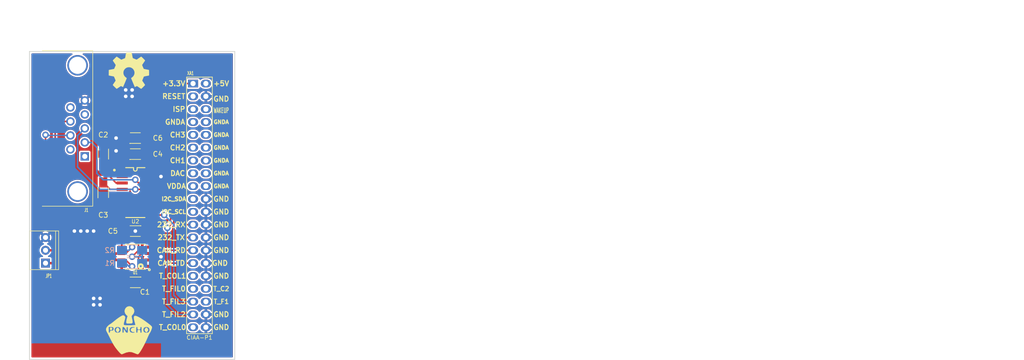
<source format=kicad_pcb>
(kicad_pcb (version 4) (host pcbnew 4.0.0-rc1-stable)
  (layers (0 F.Cu mixed) (31 B.Cu mixed) (34 B.Paste user) (35 F.Paste user) (36 B.SilkS user) (37 F.SilkS user) (38 B.Mask user) (39 F.Mask user) (44 Edge.Cuts user))
  (net 0 "")
  (net 1 GND)
  (net 2 "Net-(C1-Pad2)")
  (net 3 "Net-(C2-Pad1)")
  (net 4 "Net-(C2-Pad2)")
  (net 5 "Net-(C3-Pad1)")
  (net 6 "Net-(C3-Pad2)")
  (net 7 +3.3V)
  (net 8 "Net-(C5-Pad1)")
  (net 9 "Net-(C6-Pad1)")
  (net 10 "Net-(J1-Pad2)")
  (net 11 "Net-(J1-Pad3)")
  (net 12 "Net-(J1-Pad7)")
  (net 13 "Net-(J1-Pad8)")
  (net 14 "/Conector y CAN/CAN_P")
  (net 15 "/Conector y CAN/CAN_N")
  (net 16 "Net-(R1-Pad2)")
  (net 17 "/Conector y CAN/CAN_RX")
  (net 18 "/Conector y CAN/CAN_TX")
  (net 19 "/Conector y CAN/RTS")
  (net 20 "/Conector y CAN/CTS")
  (net 21 "/Conector y CAN/RXD")
  (net 22 "/Conector y CAN/TXD")
  (module ej2:C_1206_Handsoldering (layer F.Cu) (at 104.14 73.025 180)
    (fp_text reference C6 (at -4.445 0 180) (layer F.SilkS))
    (fp_text value 100nF)
    (pad 1 smd rect (at -2 0 180) (size 2 1.6) (layers F.Cu F.Paste F.Mask) (net 9 "Net-(C6-Pad1)"))
    (pad 2 smd rect (at 2 0 180) (size 2 1.6) (layers F.Cu F.Paste F.Mask) (net 1 GND))
  )
  (module ej2:C_1206_Handsoldering (layer F.Cu) (at 104.14 91.44)
    (fp_text reference C5 (at -4.445 0) (layer F.SilkS))
    (fp_text value 100nF)
    (pad 1 smd rect (at -2 0) (size 2 1.6) (layers F.Cu F.Paste F.Mask) (net 8 "Net-(C5-Pad1)"))
    (pad 2 smd rect (at 2 0) (size 2 1.6) (layers F.Cu F.Paste F.Mask) (net 1 GND))
  )
  (module ej2:C_1206_Handsoldering (layer F.Cu) (at 97.79 83.82 90)
    (fp_text reference C3 (at -4.445 0 360) (layer F.SilkS))
    (fp_text value 100nF)
    (pad 1 smd rect (at -2 0 90) (size 2 1.6) (layers F.Cu F.Paste F.Mask) (net 5 "Net-(C3-Pad1)"))
    (pad 2 smd rect (at 2 0 90) (size 2 1.6) (layers F.Cu F.Paste F.Mask) (net 6 "Net-(C3-Pad2)"))
  )
  (module ej2:C_1206_Handsoldering (layer F.Cu) (at 97.79 76.2 90)
    (fp_text reference C2 (at 3.81 0 360) (layer F.SilkS))
    (fp_text value 100nF)
    (pad 1 smd rect (at -2 0 90) (size 2 1.6) (layers F.Cu F.Paste F.Mask) (net 3 "Net-(C2-Pad1)"))
    (pad 2 smd rect (at 2 0 90) (size 2 1.6) (layers F.Cu F.Paste F.Mask) (net 4 "Net-(C2-Pad2)"))
  )
  (module ej2:C_1206_Handsoldering (layer F.Cu) (at 104.14 101.6)
    (fp_text reference C1 (at 1.905 1.905) (layer F.SilkS))
    (fp_text value 100nF)
    (pad 1 smd rect (at -2 0) (size 2 1.6) (layers F.Cu F.Paste F.Mask) (net 1 GND))
    (pad 2 smd rect (at 2 0) (size 2 1.6) (layers F.Cu F.Paste F.Mask) (net 2 "Net-(C1-Pad2)"))
  )
  (module ej2:Conn_Poncho_Derecha (layer F.Cu) (at 115.57 62.23)
    (fp_text reference XA1 (at -0.508 -2.032) (layer F.SilkS) (effects (font (size 0.7112 0.4572) (thickness 0.1143))))
    (fp_text value Conn_Poncho2P_2x_20x2 hide)
    (fp_text user GND (at 5.588 48.26) (layer F.SilkS) (effects (font (thickness 0.2))))
    (fp_text user GND (at 5.588 45.72) (layer F.SilkS) (effects (font (thickness 0.2))))
    (fp_text user T_F1 (at 5.588 43.18) (layer F.SilkS) (effects (font (size 0.9 0.9) (thickness 0.18))))
    (fp_text user T_C2 (at 5.588 40.64) (layer F.SilkS) (effects (font (size 0.9 0.9) (thickness 0.18))))
    (fp_text user GND (at 5.588 38.1) (layer F.SilkS) (effects (font (thickness 0.2))))
    (fp_text user GND (at 5.334 35.56) (layer F.SilkS) (effects (font (thickness 0.2))))
    (fp_text user GND (at 5.588 33.02) (layer F.SilkS) (effects (font (thickness 0.2))))
    (fp_text user GND (at 5.588 30.48) (layer F.SilkS) (effects (font (thickness 0.2))))
    (fp_text user GND (at 5.588 27.94) (layer F.SilkS) (effects (font (thickness 0.2))))
    (fp_text user GND (at 5.588 25.4) (layer F.SilkS) (effects (font (thickness 0.2))))
    (fp_text user GND (at 5.588 22.86) (layer F.SilkS) (effects (font (thickness 0.2))))
    (fp_text user GNDA (at 5.588 20.32) (layer F.SilkS) (effects (font (size 0.76 0.76) (thickness 0.19))))
    (fp_text user GNDA (at 5.588 17.78) (layer F.SilkS) (effects (font (size 0.76 0.76) (thickness 0.19))))
    (fp_text user GNDA (at 5.588 15.24) (layer F.SilkS) (effects (font (size 0.76 0.76) (thickness 0.19))))
    (fp_text user GNDA (at 5.588 12.7) (layer F.SilkS) (effects (font (size 0.76 0.76) (thickness 0.19))))
    (fp_text user GNDA (at 5.588 10.16) (layer F.SilkS) (effects (font (size 0.76 0.76) (thickness 0.19))))
    (fp_text user GNDA (at 5.588 7.62) (layer F.SilkS) (effects (font (size 0.76 0.76) (thickness 0.19))))
    (fp_text user WAKEUP (at 5.588 5.334) (layer F.SilkS) (effects (font (size 1 0.5) (thickness 0.125))))
    (fp_text user GND (at 5.588 3.048) (layer F.SilkS) (effects (font (thickness 0.2))))
    (fp_text user +5V (at 5.588 0) (layer F.SilkS) (effects (font (thickness 0.2))))
    (fp_text user T_COL0 (at -4.064 48.26) (layer F.SilkS) (effects (font (thickness 0.2))))
    (fp_text user T_FIL2 (at -3.81 45.72) (layer F.SilkS) (effects (font (thickness 0.2))))
    (fp_text user T_FIL3 (at -3.81 43.18) (layer F.SilkS) (effects (font (thickness 0.2))))
    (fp_text user T_FIL0 (at -3.81 40.64) (layer F.SilkS) (effects (font (thickness 0.2))))
    (fp_text user T_COL1 (at -4.064 38.1) (layer F.SilkS) (effects (font (thickness 0.2))))
    (fp_text user CAN_TD (at -4.318 35.56) (layer F.SilkS) (effects (font (thickness 0.2))))
    (fp_text user CAN_RD (at -4.318 33.02) (layer F.SilkS) (effects (font (thickness 0.2))))
    (fp_text user 232_TX (at -4.318 30.48) (layer F.SilkS) (effects (font (thickness 0.2))))
    (fp_text user 232_RX (at -4.318 27.94) (layer F.SilkS) (effects (font (thickness 0.2))))
    (fp_text user I2C_SCL (at -3.81 25.4) (layer F.SilkS) (effects (font (size 0.8 0.8) (thickness 0.2))))
    (fp_text user I2C_SDA (at -3.81 22.86) (layer F.SilkS) (effects (font (size 0.8 0.8) (thickness 0.2))))
    (fp_text user VDDA (at -3.302 20.32) (layer F.SilkS) (effects (font (thickness 0.2))))
    (fp_text user DAC (at -3.048 17.78) (layer F.SilkS) (effects (font (thickness 0.2))))
    (fp_text user CH1 (at -3.048 15.24) (layer F.SilkS) (effects (font (thickness 0.2))))
    (fp_text user CH2 (at -3.048 12.7) (layer F.SilkS) (effects (font (thickness 0.2))))
    (fp_text user CH3 (at -3.048 10.16) (layer F.SilkS) (effects (font (thickness 0.2))))
    (fp_text user GNDA (at -3.556 7.62) (layer F.SilkS) (effects (font (thickness 0.2))))
    (fp_text user ISP (at -2.794 5.08) (layer F.SilkS) (effects (font (thickness 0.2))))
    (fp_text user RESET (at -3.81 2.54) (layer F.SilkS) (effects (font (thickness 0.2))))
    (fp_text user CIAA-P1 (at 1.27 50.292) (layer F.SilkS) (effects (font (size 0.8 0.8) (thickness 0.12))))
    (fp_text user +3.3V (at -3.81 0) (layer F.SilkS) (effects (font (thickness 0.2))))
    (pad 1 thru_hole rect (at 0 0 270) (size 1.524 2) (drill 1.016) (layers *.Cu *.Mask) (net 7 +3.3V))
    (pad 2 thru_hole oval (at 2.54 0 270) (size 1.524 2) (drill 1.016) (layers *.Cu *.Mask))
    (pad 11 thru_hole oval (at 0 12.7 270) (size 1.524 2) (drill 1.016) (layers *.Cu *.Mask))
    (pad 4 thru_hole oval (at 2.54 2.54 270) (size 1.524 2) (drill 1.016) (layers *.Cu *.Mask) (net 1 GND))
    (pad 13 thru_hole oval (at 0 15.24 270) (size 1.524 2) (drill 1.016) (layers *.Cu *.Mask))
    (pad 6 thru_hole oval (at 2.54 5.08 270) (size 1.524 2) (drill 1.016) (layers *.Cu *.Mask))
    (pad 15 thru_hole oval (at 0 17.78 270) (size 1.524 2) (drill 1.016) (layers *.Cu *.Mask))
    (pad 8 thru_hole oval (at 2.54 7.62 270) (size 1.524 2) (drill 1.016) (layers *.Cu *.Mask))
    (pad 17 thru_hole oval (at 0 20.32 270) (size 1.524 2) (drill 1.016) (layers *.Cu *.Mask))
    (pad 10 thru_hole oval (at 2.54 10.16 270) (size 1.524 2) (drill 1.016) (layers *.Cu *.Mask))
    (pad 19 thru_hole oval (at 0 22.86 270) (size 1.524 2) (drill 1.016) (layers *.Cu *.Mask))
    (pad 12 thru_hole oval (at 2.54 12.7 270) (size 1.524 2) (drill 1.016) (layers *.Cu *.Mask))
    (pad 21 thru_hole oval (at 0 25.4 270) (size 1.524 2) (drill 1.016) (layers *.Cu *.Mask))
    (pad 14 thru_hole oval (at 2.54 15.24 270) (size 1.524 2) (drill 1.016) (layers *.Cu *.Mask))
    (pad 23 thru_hole oval (at 0 27.94 270) (size 1.524 2) (drill 1.016) (layers *.Cu *.Mask) (net 22 "/Conector y CAN/TXD"))
    (pad 16 thru_hole oval (at 2.54 17.78 270) (size 1.524 2) (drill 1.016) (layers *.Cu *.Mask))
    (pad 25 thru_hole oval (at 0 30.48 270) (size 1.524 2) (drill 1.016) (layers *.Cu *.Mask) (net 21 "/Conector y CAN/RXD"))
    (pad 18 thru_hole oval (at 2.54 20.32 270) (size 1.524 2) (drill 1.016) (layers *.Cu *.Mask))
    (pad 27 thru_hole oval (at 0 33.02 270) (size 1.524 2) (drill 1.016) (layers *.Cu *.Mask) (net 17 "/Conector y CAN/CAN_RX"))
    (pad 20 thru_hole oval (at 2.54 22.86 270) (size 1.524 2) (drill 1.016) (layers *.Cu *.Mask) (net 1 GND))
    (pad 29 thru_hole oval (at 0 35.56 270) (size 1.524 2) (drill 1.016) (layers *.Cu *.Mask) (net 18 "/Conector y CAN/CAN_TX"))
    (pad 22 thru_hole oval (at 2.54 25.4 270) (size 1.524 2) (drill 1.016) (layers *.Cu *.Mask) (net 1 GND))
    (pad 31 thru_hole oval (at 0 38.1 270) (size 1.524 2) (drill 1.016) (layers *.Cu *.Mask))
    (pad 24 thru_hole oval (at 2.54 27.94 270) (size 1.524 2) (drill 1.016) (layers *.Cu *.Mask) (net 1 GND))
    (pad 26 thru_hole oval (at 2.54 30.48 270) (size 1.524 2) (drill 1.016) (layers *.Cu *.Mask) (net 1 GND))
    (pad 33 thru_hole oval (at 0 40.64 270) (size 1.524 2) (drill 1.016) (layers *.Cu *.Mask))
    (pad 28 thru_hole oval (at 2.54 33.02 270) (size 1.524 2) (drill 1.016) (layers *.Cu *.Mask) (net 1 GND))
    (pad 32 thru_hole oval (at 2.54 38.1 270) (size 1.524 2) (drill 1.016) (layers *.Cu *.Mask) (net 1 GND))
    (pad 34 thru_hole oval (at 2.54 40.64 270) (size 1.524 2) (drill 1.016) (layers *.Cu *.Mask))
    (pad 36 thru_hole oval (at 2.54 43.18 270) (size 1.524 2) (drill 1.016) (layers *.Cu *.Mask))
    (pad 38 thru_hole oval (at 2.54 45.72 270) (size 1.524 2) (drill 1.016) (layers *.Cu *.Mask) (net 1 GND))
    (pad 35 thru_hole oval (at 0 43.18 270) (size 1.524 2) (drill 1.016) (layers *.Cu *.Mask) (net 19 "/Conector y CAN/RTS"))
    (pad 37 thru_hole oval (at 0 45.72 270) (size 1.524 2) (drill 1.016) (layers *.Cu *.Mask) (net 20 "/Conector y CAN/CTS"))
    (pad 3 thru_hole oval (at 0 2.54 270) (size 1.524 2) (drill 1.016) (layers *.Cu *.Mask))
    (pad 5 thru_hole oval (at 0 5.08 270) (size 1.524 2) (drill 1.016) (layers *.Cu *.Mask))
    (pad 7 thru_hole oval (at 0 7.62 270) (size 1.524 2) (drill 1.016) (layers *.Cu *.Mask))
    (pad 9 thru_hole oval (at 0 10.16 270) (size 1.524 2) (drill 1.016) (layers *.Cu *.Mask))
    (pad 39 thru_hole oval (at 0 48.26 270) (size 1.524 2) (drill 1.016) (layers *.Cu *.Mask))
    (pad 40 thru_hole oval (at 2.54 48.26 270) (size 1.524 2) (drill 1.016) (layers *.Cu *.Mask) (net 1 GND))
    (pad 30 thru_hole oval (at 2.54 35.56 270) (size 1.524 2) (drill 1.016) (layers *.Cu *.Mask) (net 1 GND))
  )
  (module ej2:SOIC-8 (layer F.Cu) (at 104.14 96.52 180)
    (fp_text reference U1 (at 0 -3.1 180) (layer F.SilkS) (effects (font (size 0.7112 0.4572) (thickness 0.1143))))
    (fp_text value AMIS42665TJAA1RG hide)
    (pad 1 smd rect (at -2.7 -1.905 90) (size 0.6 1.52) (layers F.Cu F.Paste F.Mask) (net 18 "/Conector y CAN/CAN_TX"))
    (pad 2 smd rect (at -2.7 -0.635 90) (size 0.6 1.52) (layers F.Cu F.Paste F.Mask) (net 1 GND))
    (pad 3 smd rect (at -2.7 0.635 90) (size 0.6 1.52) (layers F.Cu F.Paste F.Mask) (net 2 "Net-(C1-Pad2)"))
    (pad 4 smd rect (at -2.7 1.905 90) (size 0.6 1.52) (layers F.Cu F.Paste F.Mask) (net 17 "/Conector y CAN/CAN_RX"))
    (pad 5 smd rect (at 2.7 1.905 90) (size 0.6 1.52) (layers F.Cu F.Paste F.Mask) (net 16 "Net-(R1-Pad2)"))
    (pad 6 smd rect (at 2.7 0.635 90) (size 0.6 1.52) (layers F.Cu F.Paste F.Mask) (net 15 "/Conector y CAN/CAN_N"))
    (pad 7 smd rect (at 2.7 -0.635 90) (size 0.6 1.52) (layers F.Cu F.Paste F.Mask) (net 14 "/Conector y CAN/CAN_P"))
    (pad 8 smd rect (at 2.7 -1.905 90) (size 0.6 1.52) (layers F.Cu F.Paste F.Mask) (net 1 GND))
  )
  (module ej2:R_1206_HandSoldering (layer B.Cu) (at 103.505 95.25 180)
    (fp_text reference R2 (at 4.445 0 180) (layer B.SilkS) (effects (justify mirror)))
    (fp_text value 60)
    (pad 1 smd rect (at -2 0 180) (size 2 1.7) (layers B.Cu B.Paste B.Mask) (net 16 "Net-(R1-Pad2)"))
    (pad 2 smd rect (at 2 0 180) (size 2 1.7) (layers B.Cu B.Paste B.Mask) (net 15 "/Conector y CAN/CAN_N"))
  )
  (module ej2:R_1206_HandSoldering (layer B.Cu) (at 103.505 97.79)
    (fp_text reference R1 (at -4.445 0) (layer B.SilkS) (effects (justify mirror)))
    (fp_text value 60)
    (pad 1 smd rect (at -2 0) (size 2 1.7) (layers B.Cu B.Paste B.Mask) (net 14 "/Conector y CAN/CAN_P"))
    (pad 2 smd rect (at 2 0) (size 2 1.7) (layers B.Cu B.Paste B.Mask) (net 16 "Net-(R1-Pad2)"))
  )
  (module ej2:CON_PALETA_3 (layer F.Cu) (at 86.36 95.25 90)
    (fp_text reference JP1 (at -5.08 0.635 360) (layer F.SilkS) (effects (font (size 0.762 0.4572) (thickness 0.127))))
    (fp_text value CONN_3)
    (pad 1 thru_hole rect (at -2.54 0 90) (size 1.778 1.778) (drill 1) (layers *.Cu *.Mask) (net 14 "/Conector y CAN/CAN_P"))
    (pad 2 thru_hole circle (at 0 0 90) (size 1.778 1.778) (drill 1) (layers *.Cu *.Mask) (net 15 "/Conector y CAN/CAN_N"))
    (pad 3 thru_hole circle (at 2.54 0 90) (size 1.778 1.778) (drill 1) (layers *.Cu *.Mask) (net 1 GND))
  )
  (module ej2:DB9_F_TH (layer F.Cu) (at 92.71 71.12 90)
    (fp_text reference J1 (at -16.165 1.735 180) (layer F.SilkS) (effects (font (size 0.7112 0.4572) (thickness 0.1143))))
    (fp_text value DB9 hide)
    (pad 1 thru_hole rect (at -5.5372 1.4224 90) (size 1.651 1.651) (drill 1.016) (layers *.Cu *.Mask))
    (pad 2 thru_hole circle (at -2.7686 1.4224 90) (size 1.651 1.651) (drill 1.016) (layers *.Cu *.Mask) (net 10 "Net-(J1-Pad2)"))
    (pad 3 thru_hole circle (at 0 1.4224 90) (size 1.651 1.651) (drill 1.016) (layers *.Cu *.Mask) (net 11 "Net-(J1-Pad3)"))
    (pad 4 thru_hole circle (at 2.7686 1.4224 90) (size 1.651 1.651) (drill 1.016) (layers *.Cu *.Mask))
    (pad 5 thru_hole circle (at 5.5372 1.4224 90) (size 1.651 1.651) (drill 1.016) (layers *.Cu *.Mask) (net 1 GND))
    (pad 6 thru_hole circle (at -4.1529 -1.4224 90) (size 1.651 1.651) (drill 1.016) (layers *.Cu *.Mask))
    (pad 7 thru_hole circle (at -1.3843 -1.4224 90) (size 1.651 1.651) (drill 1.016) (layers *.Cu *.Mask) (net 12 "Net-(J1-Pad7)"))
    (pad 8 thru_hole circle (at 1.3843 -1.4224 90) (size 1.651 1.651) (drill 1.016) (layers *.Cu *.Mask) (net 13 "Net-(J1-Pad8)"))
    (pad 9 thru_hole circle (at 4.1529 -1.4224 90) (size 1.651 1.651) (drill 1.016) (layers *.Cu *.Mask))
    (pad 10 thru_hole circle (at -12.4968 0 90) (size 4.064 4.064) (drill 3.4) (layers *.Cu *.Mask))
    (pad 11 thru_hole circle (at 12.4968 0 90) (size 4.064 4.064) (drill 3.4) (layers *.Cu *.Mask))
  )
  (module ej2:SP3232ECN-SOIC16N (layer F.Cu) (at 104.14 83.82 270)
    (fp_text reference U2 (at 5.715 0 360) (layer F.SilkS) (effects (font (size 0.762 0.762) (thickness 0.1143))))
    (fp_text value SP3232DC hide)
    (pad 1 smd rect (at -4.445 2.59842 270) (size 0.59944 2.19964) (layers F.Cu F.Paste F.Mask) (net 4 "Net-(C2-Pad2)"))
    (pad 2 smd rect (at -3.175 2.59842 270) (size 0.59944 2.19964) (layers F.Cu F.Paste F.Mask) (net 9 "Net-(C6-Pad1)"))
    (pad 3 smd rect (at -1.905 2.59842 270) (size 0.59944 2.19964) (layers F.Cu F.Paste F.Mask) (net 3 "Net-(C2-Pad1)"))
    (pad 4 smd rect (at -0.635 2.59842 270) (size 0.59944 2.19964) (layers F.Cu F.Paste F.Mask) (net 6 "Net-(C3-Pad2)"))
    (pad 5 smd rect (at 0.635 2.59842 270) (size 0.59944 2.19964) (layers F.Cu F.Paste F.Mask) (net 5 "Net-(C3-Pad1)"))
    (pad 6 smd rect (at 1.905 2.59842 270) (size 0.59944 2.19964) (layers F.Cu F.Paste F.Mask) (net 8 "Net-(C5-Pad1)"))
    (pad 7 smd rect (at 3.175 2.59842 270) (size 0.59944 2.19964) (layers F.Cu F.Paste F.Mask) (net 13 "Net-(J1-Pad8)"))
    (pad 8 smd rect (at 4.445 2.59842 270) (size 0.59944 2.19964) (layers F.Cu F.Paste F.Mask) (net 12 "Net-(J1-Pad7)"))
    (pad 9 smd rect (at 4.445 -2.59842 270) (size 0.59944 2.19964) (layers F.Cu F.Paste F.Mask) (net 19 "/Conector y CAN/RTS"))
    (pad 10 smd rect (at 3.175 -2.59842 270) (size 0.59944 2.19964) (layers F.Cu F.Paste F.Mask) (net 20 "/Conector y CAN/CTS"))
    (pad 11 smd rect (at 1.905 -2.59842 270) (size 0.59944 2.19964) (layers F.Cu F.Paste F.Mask) (net 21 "/Conector y CAN/RXD"))
    (pad 12 smd rect (at 0.635 -2.59842 270) (size 0.59944 2.19964) (layers F.Cu F.Paste F.Mask) (net 22 "/Conector y CAN/TXD"))
    (pad 13 smd rect (at -0.635 -2.59842 270) (size 0.59944 2.19964) (layers F.Cu F.Paste F.Mask) (net 11 "Net-(J1-Pad3)"))
    (pad 14 smd rect (at -1.905 -2.59842 270) (size 0.59944 2.19964) (layers F.Cu F.Paste F.Mask) (net 10 "Net-(J1-Pad2)"))
    (pad 15 smd rect (at -3.175 -2.59842 270) (size 0.59944 2.19964) (layers F.Cu F.Paste F.Mask) (net 1 GND))
    (pad 16 smd rect (at -4.445 -2.59842 270) (size 0.59944 2.19964) (layers F.Cu F.Paste F.Mask) (net 7 +3.3V))
  )
  (module ej2:C_1206_Handsoldering (layer F.Cu) (at 104.14 76.2 180)
    (fp_text reference C4 (at -4.445 0 180) (layer F.SilkS))
    (fp_text value 100nF)
    (pad 1 smd rect (at -2 0 180) (size 2 1.6) (layers F.Cu F.Paste F.Mask) (net 7 +3.3V))
    (pad 2 smd rect (at 2 0 180) (size 2 1.6) (layers F.Cu F.Paste F.Mask) (net 1 GND))
  )
  (module ej2:Logo_Poncho (layer F.Cu) (at 102.87 111.125)
    (fp_text reference G*** hide)
    (fp_text value LOGO hide)
  )
  (module ej2:Logo_OSHWA (layer F.Cu) (at 102.87 59.69)
    (fp_text reference G101 hide)
    (fp_text value Logo_OSHWA hide)
  )
  (gr_line (start 123.825 55.88) (end 123.825 116.84) (angle 90) (layer Edge.Cuts) (width 0.15))
  (gr_line (start 83.185 55.88) (end 123.825 55.88) (angle 90) (layer Edge.Cuts) (width 0.15))
  (gr_line (start 83.185 116.84) (end 83.185 55.88) (angle 90) (layer Edge.Cuts) (width 0.15))
  (gr_line (start 123.825 116.84) (end 83.185 116.84) (angle 90) (layer Edge.Cuts) (width 0.15))
  (segment (start 106.73842 80.645) (end 109.22 80.645) (width 0.3048) (layer F.Cu) (net 1))
  (via (at 109.22 80.645) (size 1.27) (drill 0.7112) (layers F.Cu B.Cu) (net 1))
  (segment (start 100.33 73.025) (end 100.33 66.675) (width 0.3048) (layer F.Cu) (net 1))
  (via (at 100.33 73.025) (size 1.27) (drill 0.7112) (layers F.Cu B.Cu) (net 1))
  (segment (start 102.14 73.025) (end 100.33 73.025) (width 0.3048) (layer F.Cu) (net 1))
  (via (at 102.235 63.5) (size 1.27) (drill 0.7112) (layers F.Cu B.Cu) (net 1))
  (segment (start 103.505 63.5) (end 102.235 63.5) (width 0.3048) (layer B.Cu) (net 1))
  (via (at 103.505 63.5) (size 1.27) (drill 0.7112) (layers F.Cu B.Cu) (net 1))
  (segment (start 103.505 64.77) (end 103.505 63.5) (width 0.3048) (layer F.Cu) (net 1))
  (via (at 103.505 64.77) (size 1.27) (drill 0.7112) (layers F.Cu B.Cu) (net 1))
  (segment (start 102.235 64.77) (end 103.505 64.77) (width 0.3048) (layer B.Cu) (net 1))
  (via (at 102.235 64.77) (size 1.27) (drill 0.7112) (layers F.Cu B.Cu) (net 1))
  (segment (start 100.33 66.675) (end 102.235 64.77) (width 0.3048) (layer F.Cu) (net 1))
  (segment (start 102.14 76.2) (end 100.965 76.2) (width 0.3048) (layer F.Cu) (net 1))
  (via (at 100.33 75.565) (size 1.27) (drill 0.7112) (layers F.Cu B.Cu) (net 1))
  (segment (start 100.965 76.2) (end 100.33 75.565) (width 0.3048) (layer F.Cu) (net 1))
  (segment (start 106.84 97.155) (end 108.585 97.155) (width 0.3048) (layer F.Cu) (net 1))
  (via (at 109.22 96.52) (size 1.27) (drill 0.7112) (layers F.Cu B.Cu) (net 1))
  (segment (start 108.585 97.155) (end 109.22 96.52) (width 0.3048) (layer F.Cu) (net 1))
  (segment (start 106.14 91.44) (end 104.14 91.44) (width 0.3048) (layer F.Cu) (net 1))
  (via (at 92.075 91.44) (size 1.27) (drill 0.7112) (layers F.Cu B.Cu) (net 1))
  (segment (start 93.345 91.44) (end 92.075 91.44) (width 0.3048) (layer F.Cu) (net 1))
  (via (at 93.345 91.44) (size 1.27) (drill 0.7112) (layers F.Cu B.Cu) (net 1))
  (segment (start 94.615 91.44) (end 93.345 91.44) (width 0.3048) (layer B.Cu) (net 1))
  (via (at 94.615 91.44) (size 1.27) (drill 0.7112) (layers F.Cu B.Cu) (net 1))
  (segment (start 95.885 91.44) (end 94.615 91.44) (width 0.3048) (layer F.Cu) (net 1))
  (via (at 95.885 91.44) (size 1.27) (drill 0.7112) (layers F.Cu B.Cu) (net 1))
  (segment (start 104.14 91.44) (end 95.885 91.44) (width 0.3048) (layer B.Cu) (net 1))
  (via (at 104.14 91.44) (size 1.27) (drill 0.7112) (layers F.Cu B.Cu) (net 1))
  (segment (start 95.885 106.045) (end 97.155 106.045) (width 0.3048) (layer F.Cu) (net 1))
  (via (at 97.155 106.045) (size 1.27) (drill 0.7112) (layers F.Cu B.Cu) (net 1))
  (via (at 97.155 104.775) (size 1.27) (drill 0.7112) (layers F.Cu B.Cu) (net 1))
  (segment (start 97.155 106.045) (end 97.155 104.775) (width 0.3048) (layer B.Cu) (net 1))
  (via (at 95.885 106.045) (size 1.27) (drill 0.7112) (layers F.Cu B.Cu) (net 1))
  (segment (start 95.885 104.775) (end 97.155 104.775) (width 0.3048) (layer F.Cu) (net 1))
  (segment (start 102.14 103.6) (end 100.965 104.775) (width 0.3048) (layer F.Cu) (net 1))
  (segment (start 100.965 104.775) (end 97.155 104.775) (width 0.3048) (layer F.Cu) (net 1))
  (segment (start 102.14 103.6) (end 102.14 101.6) (width 0.3048) (layer F.Cu) (net 1))
  (via (at 95.885 104.775) (size 1.27) (drill 0.7112) (layers F.Cu B.Cu) (net 1))
  (segment (start 106.84 95.885) (end 105.41 95.885) (width 0.3048) (layer F.Cu) (net 2))
  (segment (start 104.775 100.235) (end 106.14 101.6) (width 0.3048) (layer F.Cu) (net 2))
  (segment (start 104.775 96.52) (end 104.775 100.235) (width 0.3048) (layer F.Cu) (net 2))
  (segment (start 105.41 95.885) (end 104.775 96.52) (width 0.3048) (layer F.Cu) (net 2))
  (segment (start 101.54158 81.915) (end 100.33 81.915) (width 0.3048) (layer F.Cu) (net 3))
  (segment (start 99.06 79.47) (end 97.79 78.2) (width 0.3048) (layer F.Cu) (net 3))
  (segment (start 99.06 80.645) (end 99.06 79.47) (width 0.3048) (layer F.Cu) (net 3))
  (segment (start 100.33 81.915) (end 99.06 80.645) (width 0.3048) (layer F.Cu) (net 3))
  (segment (start 97.79 74.2) (end 97.79 75.565) (width 0.3048) (layer F.Cu) (net 4))
  (segment (start 97.79 75.565) (end 101.54158 79.31658) (width 0.3048) (layer F.Cu) (net 4))
  (segment (start 101.54158 79.31658) (end 101.54158 79.375) (width 0.3048) (layer F.Cu) (net 4))
  (segment (start 101.54158 84.455) (end 99.155 84.455) (width 0.3048) (layer F.Cu) (net 5))
  (segment (start 99.155 84.455) (end 97.79 85.82) (width 0.3048) (layer F.Cu) (net 5))
  (segment (start 101.54158 83.185) (end 99.155 83.185) (width 0.3048) (layer F.Cu) (net 6))
  (segment (start 99.155 83.185) (end 97.79 81.82) (width 0.3048) (layer F.Cu) (net 6))
  (segment (start 106.14 76.2) (end 110.49 76.2) (width 0.3048) (layer F.Cu) (net 7))
  (segment (start 106.73842 79.375) (end 107.95 79.375) (width 0.3048) (layer F.Cu) (net 7))
  (segment (start 112.395 62.23) (end 115.57 62.23) (width 0.3048) (layer F.Cu) (net 7))
  (segment (start 110.49 64.135) (end 112.395 62.23) (width 0.3048) (layer F.Cu) (net 7))
  (segment (start 110.49 76.835) (end 110.49 76.2) (width 0.3048) (layer F.Cu) (net 7))
  (segment (start 110.49 76.2) (end 110.49 64.135) (width 0.3048) (layer F.Cu) (net 7))
  (segment (start 107.95 79.375) (end 110.49 76.835) (width 0.3048) (layer F.Cu) (net 7))
  (segment (start 101.54158 85.725) (end 102.87 85.725) (width 0.3048) (layer F.Cu) (net 8))
  (segment (start 102.235 90.17) (end 102.235 91.345) (width 0.3048) (layer F.Cu) (net 8))
  (segment (start 103.505 88.9) (end 102.235 90.17) (width 0.3048) (layer F.Cu) (net 8))
  (segment (start 103.505 86.36) (end 103.505 88.9) (width 0.3048) (layer F.Cu) (net 8))
  (segment (start 102.87 85.725) (end 103.505 86.36) (width 0.3048) (layer F.Cu) (net 8))
  (segment (start 102.235 91.345) (end 102.14 91.44) (width 0.3048) (layer F.Cu) (net 8))
  (segment (start 101.54158 80.645) (end 102.87 80.645) (width 0.3048) (layer F.Cu) (net 9))
  (segment (start 104.14 75.025) (end 106.14 73.025) (width 0.3048) (layer F.Cu) (net 9))
  (segment (start 104.14 79.375) (end 104.14 75.025) (width 0.3048) (layer F.Cu) (net 9))
  (segment (start 102.87 80.645) (end 104.14 79.375) (width 0.3048) (layer F.Cu) (net 9))
  (segment (start 106.73842 81.915) (end 104.775 81.915) (width 0.3048) (layer F.Cu) (net 10))
  (segment (start 95.4786 73.8886) (end 94.1324 73.8886) (width 0.3048) (layer B.Cu) (net 10))
  (segment (start 96.52 74.93) (end 95.4786 73.8886) (width 0.3048) (layer B.Cu) (net 10))
  (segment (start 96.52 80.01) (end 96.52 74.93) (width 0.3048) (layer B.Cu) (net 10))
  (segment (start 97.79 81.28) (end 96.52 80.01) (width 0.3048) (layer B.Cu) (net 10))
  (segment (start 104.14 81.28) (end 97.79 81.28) (width 0.3048) (layer B.Cu) (net 10))
  (via (at 104.14 81.28) (size 1.27) (drill 0.7112) (layers F.Cu B.Cu) (net 10))
  (segment (start 104.775 81.915) (end 104.14 81.28) (width 0.3048) (layer F.Cu) (net 10))
  (segment (start 106.73842 83.185) (end 104.14 83.185) (width 0.3048) (layer F.Cu) (net 11))
  (segment (start 92.71 72.5424) (end 94.1324 71.12) (width 0.3048) (layer B.Cu) (net 11))
  (segment (start 92.71 78.74) (end 92.71 72.5424) (width 0.3048) (layer B.Cu) (net 11))
  (segment (start 97.155 83.185) (end 92.71 78.74) (width 0.3048) (layer B.Cu) (net 11))
  (segment (start 104.14 83.185) (end 97.155 83.185) (width 0.3048) (layer B.Cu) (net 11))
  (via (at 104.14 83.185) (size 1.27) (drill 0.7112) (layers F.Cu B.Cu) (net 11))
  (segment (start 101.54158 88.265) (end 99.695 88.265) (width 0.3048) (layer F.Cu) (net 12))
  (segment (start 86.4743 72.5043) (end 91.2876 72.5043) (width 0.3048) (layer B.Cu) (net 12))
  (segment (start 86.36 72.39) (end 86.4743 72.5043) (width 0.3048) (layer B.Cu) (net 12))
  (via (at 86.36 72.39) (size 1.27) (drill 0.7112) (layers F.Cu B.Cu) (net 12))
  (segment (start 86.36 87.63) (end 86.36 72.39) (width 0.3048) (layer F.Cu) (net 12))
  (segment (start 88.265 89.535) (end 86.36 87.63) (width 0.3048) (layer F.Cu) (net 12))
  (segment (start 98.425 89.535) (end 88.265 89.535) (width 0.3048) (layer F.Cu) (net 12))
  (segment (start 99.695 88.265) (end 98.425 89.535) (width 0.3048) (layer F.Cu) (net 12))
  (segment (start 88.265 70.485) (end 89.0143 69.7357) (width 0.3048) (layer F.Cu) (net 13))
  (segment (start 89.0143 69.7357) (end 91.2876 69.7357) (width 0.3048) (layer F.Cu) (net 13))
  (segment (start 88.265 84.455) (end 88.265 70.485) (width 0.3048) (layer F.Cu) (net 13))
  (segment (start 91.44 87.63) (end 88.265 84.455) (width 0.3048) (layer F.Cu) (net 13))
  (segment (start 99.06 87.63) (end 91.44 87.63) (width 0.3048) (layer F.Cu) (net 13))
  (segment (start 99.695 86.995) (end 99.06 87.63) (width 0.3048) (layer F.Cu) (net 13))
  (segment (start 101.54158 86.995) (end 99.695 86.995) (width 0.3048) (layer F.Cu) (net 13))
  (segment (start 98.071125 94.082099) (end 97.963737 94.07) (width 0.4826) (layer F.Cu) (net 14))
  (segment (start 101.44 97.155) (end 100.3 97.155) (width 0.4826) (layer F.Cu) (net 14))
  (segment (start 96.550793 99.727399) (end 96.284521 99.7574) (width 0.4826) (layer F.Cu) (net 14))
  (segment (start 98.476338 95.983356) (end 98.446337 95.717084) (width 0.4826) (layer F.Cu) (net 14))
  (segment (start 93.988036 94.445211) (end 93.975937 94.5526) (width 0.4826) (layer F.Cu) (net 14))
  (segment (start 94.941137 98.560785) (end 94.941137 94.5526) (width 0.4826) (layer F.Cu) (net 14))
  (segment (start 100.3 97.155) (end 100.0587 96.9137) (width 0.4826) (layer F.Cu) (net 14))
  (segment (start 93.945935 98.827057) (end 93.857434 99.079977) (width 0.4826) (layer F.Cu) (net 14))
  (segment (start 100.0587 96.9137) (end 99.642952 96.9137) (width 0.4826) (layer F.Cu) (net 14))
  (segment (start 99.37668 96.883698) (end 99.12376 96.795197) (width 0.4826) (layer F.Cu) (net 14))
  (segment (start 95.2022 99.306863) (end 95.059639 99.079977) (width 0.4826) (layer F.Cu) (net 14))
  (segment (start 92.632552 99.7574) (end 92.36628 99.727399) (width 0.4826) (layer F.Cu) (net 14))
  (segment (start 99.642952 96.9137) (end 99.37668 96.883698) (width 0.4826) (layer F.Cu) (net 14))
  (segment (start 99.12376 96.795197) (end 98.896874 96.652636) (width 0.4826) (layer F.Cu) (net 14))
  (segment (start 98.896874 96.652636) (end 98.7074 96.463162) (width 0.4826) (layer F.Cu) (net 14))
  (segment (start 97.481137 98.560785) (end 97.451135 98.827057) (width 0.4826) (layer F.Cu) (net 14))
  (segment (start 97.220073 99.306863) (end 97.030599 99.496337) (width 0.4826) (layer F.Cu) (net 14))
  (segment (start 94.971138 98.827057) (end 94.941137 98.560785) (width 0.4826) (layer F.Cu) (net 14))
  (segment (start 93.525399 99.496337) (end 93.298513 99.638898) (width 0.4826) (layer F.Cu) (net 14))
  (segment (start 98.7074 96.463162) (end 98.564839 96.236276) (width 0.4826) (layer F.Cu) (net 14))
  (segment (start 98.398544 94.343207) (end 98.341048 94.251703) (width 0.4826) (layer F.Cu) (net 14))
  (segment (start 98.564839 96.236276) (end 98.476338 95.983356) (width 0.4826) (layer F.Cu) (net 14))
  (segment (start 98.446337 94.5526) (end 98.434237 94.445211) (width 0.4826) (layer F.Cu) (net 14))
  (segment (start 98.264633 94.175288) (end 98.173129 94.117792) (width 0.4826) (layer F.Cu) (net 14))
  (segment (start 95.61856 99.638898) (end 95.391674 99.496337) (width 0.4826) (layer F.Cu) (net 14))
  (segment (start 97.362634 99.079977) (end 97.220073 99.306863) (width 0.4826) (layer F.Cu) (net 14))
  (segment (start 98.446337 95.717084) (end 98.446337 94.5526) (width 0.4826) (layer F.Cu) (net 14))
  (segment (start 98.434237 94.445211) (end 98.398544 94.343207) (width 0.4826) (layer F.Cu) (net 14))
  (segment (start 88.5698 96.9137) (end 87.6935 97.79) (width 0.4826) (layer F.Cu) (net 14))
  (segment (start 93.857434 99.079977) (end 93.714873 99.306863) (width 0.4826) (layer F.Cu) (net 14))
  (segment (start 98.341048 94.251703) (end 98.264633 94.175288) (width 0.4826) (layer F.Cu) (net 14))
  (segment (start 98.173129 94.117792) (end 98.071125 94.082099) (width 0.4826) (layer F.Cu) (net 14))
  (segment (start 94.929037 94.445211) (end 94.893344 94.343207) (width 0.4826) (layer F.Cu) (net 14))
  (segment (start 94.351148 94.082099) (end 94.249144 94.117792) (width 0.4826) (layer F.Cu) (net 14))
  (segment (start 97.586425 94.251703) (end 97.528929 94.343207) (width 0.4826) (layer F.Cu) (net 14))
  (segment (start 97.963737 94.07) (end 97.856348 94.082099) (width 0.4826) (layer F.Cu) (net 14))
  (segment (start 92.779321 99.7574) (end 92.632552 99.7574) (width 0.4826) (layer F.Cu) (net 14))
  (segment (start 97.856348 94.082099) (end 97.754344 94.117792) (width 0.4826) (layer F.Cu) (net 14))
  (segment (start 91.162729 96.961493) (end 91.060725 96.9258) (width 0.4826) (layer F.Cu) (net 14))
  (segment (start 94.893344 94.343207) (end 94.835848 94.251703) (width 0.4826) (layer F.Cu) (net 14))
  (segment (start 97.66284 94.175288) (end 97.586425 94.251703) (width 0.4826) (layer F.Cu) (net 14))
  (segment (start 97.754344 94.117792) (end 97.66284 94.175288) (width 0.4826) (layer F.Cu) (net 14))
  (segment (start 97.528929 94.343207) (end 97.493236 94.445211) (width 0.4826) (layer F.Cu) (net 14))
  (segment (start 91.886474 99.496337) (end 91.697 99.306863) (width 0.4826) (layer F.Cu) (net 14))
  (segment (start 97.493236 94.445211) (end 97.481137 94.5526) (width 0.4826) (layer F.Cu) (net 14))
  (segment (start 97.481137 94.5526) (end 97.481137 98.560785) (width 0.4826) (layer F.Cu) (net 14))
  (segment (start 97.451135 98.827057) (end 97.362634 99.079977) (width 0.4826) (layer F.Cu) (net 14))
  (segment (start 91.423837 97.288912) (end 91.388144 97.186908) (width 0.4826) (layer F.Cu) (net 14))
  (segment (start 94.081225 94.251703) (end 94.023729 94.343207) (width 0.4826) (layer F.Cu) (net 14))
  (segment (start 97.030599 99.496337) (end 96.803713 99.638898) (width 0.4826) (layer F.Cu) (net 14))
  (segment (start 96.803713 99.638898) (end 96.550793 99.727399) (width 0.4826) (layer F.Cu) (net 14))
  (segment (start 96.284521 99.7574) (end 96.137752 99.7574) (width 0.4826) (layer F.Cu) (net 14))
  (segment (start 91.554439 99.079977) (end 91.465938 98.827057) (width 0.4826) (layer F.Cu) (net 14))
  (segment (start 96.137752 99.7574) (end 95.87148 99.727399) (width 0.4826) (layer F.Cu) (net 14))
  (segment (start 95.87148 99.727399) (end 95.61856 99.638898) (width 0.4826) (layer F.Cu) (net 14))
  (segment (start 94.023729 94.343207) (end 93.988036 94.445211) (width 0.4826) (layer F.Cu) (net 14))
  (segment (start 95.391674 99.496337) (end 95.2022 99.306863) (width 0.4826) (layer F.Cu) (net 14))
  (segment (start 95.059639 99.079977) (end 94.971138 98.827057) (width 0.4826) (layer F.Cu) (net 14))
  (segment (start 94.941137 94.5526) (end 94.929037 94.445211) (width 0.4826) (layer F.Cu) (net 14))
  (segment (start 94.835848 94.251703) (end 94.759433 94.175288) (width 0.4826) (layer F.Cu) (net 14))
  (segment (start 94.759433 94.175288) (end 94.667929 94.117792) (width 0.4826) (layer F.Cu) (net 14))
  (segment (start 93.975937 98.560785) (end 93.945935 98.827057) (width 0.4826) (layer F.Cu) (net 14))
  (segment (start 94.667929 94.117792) (end 94.565925 94.082099) (width 0.4826) (layer F.Cu) (net 14))
  (segment (start 94.565925 94.082099) (end 94.458537 94.07) (width 0.4826) (layer F.Cu) (net 14))
  (segment (start 94.458537 94.07) (end 94.351148 94.082099) (width 0.4826) (layer F.Cu) (net 14))
  (segment (start 92.36628 99.727399) (end 92.11336 99.638898) (width 0.4826) (layer F.Cu) (net 14))
  (segment (start 94.249144 94.117792) (end 94.15764 94.175288) (width 0.4826) (layer F.Cu) (net 14))
  (segment (start 94.15764 94.175288) (end 94.081225 94.251703) (width 0.4826) (layer F.Cu) (net 14))
  (segment (start 93.975937 94.5526) (end 93.975937 98.560785) (width 0.4826) (layer F.Cu) (net 14))
  (segment (start 93.714873 99.306863) (end 93.525399 99.496337) (width 0.4826) (layer F.Cu) (net 14))
  (segment (start 93.298513 99.638898) (end 93.045593 99.727399) (width 0.4826) (layer F.Cu) (net 14))
  (segment (start 93.045593 99.727399) (end 92.779321 99.7574) (width 0.4826) (layer F.Cu) (net 14))
  (segment (start 92.11336 99.638898) (end 91.886474 99.496337) (width 0.4826) (layer F.Cu) (net 14))
  (segment (start 91.697 99.306863) (end 91.554439 99.079977) (width 0.4826) (layer F.Cu) (net 14))
  (segment (start 91.060725 96.9258) (end 90.953337 96.9137) (width 0.4826) (layer F.Cu) (net 14))
  (segment (start 91.465938 98.827057) (end 91.435937 98.560785) (width 0.4826) (layer F.Cu) (net 14))
  (segment (start 91.435937 98.560785) (end 91.435937 97.3963) (width 0.4826) (layer F.Cu) (net 14))
  (segment (start 91.435937 97.3963) (end 91.423837 97.288912) (width 0.4826) (layer F.Cu) (net 14))
  (segment (start 91.388144 97.186908) (end 91.330648 97.095404) (width 0.4826) (layer F.Cu) (net 14))
  (segment (start 91.330648 97.095404) (end 91.254233 97.018989) (width 0.4826) (layer F.Cu) (net 14))
  (segment (start 91.254233 97.018989) (end 91.162729 96.961493) (width 0.4826) (layer F.Cu) (net 14))
  (segment (start 90.953337 96.9137) (end 88.5698 96.9137) (width 0.4826) (layer F.Cu) (net 14))
  (segment (start 87.6935 97.79) (end 86.36 97.79) (width 0.4826) (layer F.Cu) (net 14))
  (segment (start 101.44 97.155) (end 102.235 97.155) (width 0.3048) (layer F.Cu) (net 14))
  (segment (start 102.87 98.425) (end 102.235 97.79) (width 0.3048) (layer B.Cu) (net 14))
  (segment (start 103.505 98.425) (end 102.87 98.425) (width 0.3048) (layer B.Cu) (net 14))
  (via (at 103.505 98.425) (size 1.27) (drill 0.7112) (layers F.Cu B.Cu) (net 14))
  (segment (start 102.235 97.155) (end 103.505 98.425) (width 0.3048) (layer F.Cu) (net 14))
  (segment (start 102.235 97.79) (end 101.505 97.79) (width 0.3048) (layer B.Cu) (net 14))
  (segment (start 93.176437 98.594789) (end 93.140744 98.696793) (width 0.4826) (layer F.Cu) (net 15))
  (segment (start 99.281529 95.853092) (end 99.245836 95.751088) (width 0.4826) (layer F.Cu) (net 15))
  (segment (start 95.277999 93.543663) (end 95.051113 93.401102) (width 0.4826) (layer F.Cu) (net 15))
  (segment (start 98.972673 93.733137) (end 98.783199 93.543663) (width 0.4826) (layer F.Cu) (net 15))
  (segment (start 87.6935 95.25) (end 86.36 95.25) (width 0.4826) (layer F.Cu) (net 15))
  (segment (start 101.44 95.885) (end 100.3 95.885) (width 0.4826) (layer F.Cu) (net 15))
  (segment (start 92.223337 97.322916) (end 92.193335 97.056644) (width 0.4826) (layer F.Cu) (net 15))
  (segment (start 100.3 95.885) (end 100.0587 96.1263) (width 0.4826) (layer F.Cu) (net 15))
  (segment (start 96.812239 93.960023) (end 96.723738 94.212943) (width 0.4826) (layer F.Cu) (net 15))
  (segment (start 100.0587 96.1263) (end 99.716337 96.1263) (width 0.4826) (layer F.Cu) (net 15))
  (segment (start 92.813325 98.957901) (end 92.705937 98.97) (width 0.4826) (layer F.Cu) (net 15))
  (segment (start 95.833825 98.788297) (end 95.776329 98.696793) (width 0.4826) (layer F.Cu) (net 15))
  (segment (start 99.245836 95.751088) (end 99.233737 95.6437) (width 0.4826) (layer F.Cu) (net 15))
  (segment (start 99.716337 96.1263) (end 99.608948 96.1142) (width 0.4826) (layer F.Cu) (net 15))
  (segment (start 99.608948 96.1142) (end 99.506944 96.078507) (width 0.4826) (layer F.Cu) (net 15))
  (segment (start 97.37116 93.401102) (end 97.144274 93.543663) (width 0.4826) (layer F.Cu) (net 15))
  (segment (start 93.307039 93.960023) (end 93.218538 94.212943) (width 0.4826) (layer F.Cu) (net 15))
  (segment (start 99.339025 95.944596) (end 99.281529 95.853092) (width 0.4826) (layer F.Cu) (net 15))
  (segment (start 98.037121 93.2826) (end 97.890352 93.2826) (width 0.4826) (layer F.Cu) (net 15))
  (segment (start 96.693737 94.479215) (end 96.693737 98.4874) (width 0.4826) (layer F.Cu) (net 15))
  (segment (start 99.506944 96.078507) (end 99.41544 96.021011) (width 0.4826) (layer F.Cu) (net 15))
  (segment (start 95.051113 93.401102) (end 94.798193 93.312601) (width 0.4826) (layer F.Cu) (net 15))
  (segment (start 99.41544 96.021011) (end 99.339025 95.944596) (width 0.4826) (layer F.Cu) (net 15))
  (segment (start 97.144274 93.543663) (end 96.9548 93.733137) (width 0.4826) (layer F.Cu) (net 15))
  (segment (start 99.233737 95.6437) (end 99.233737 94.479215) (width 0.4826) (layer F.Cu) (net 15))
  (segment (start 99.233737 94.479215) (end 99.203735 94.212943) (width 0.4826) (layer F.Cu) (net 15))
  (segment (start 96.723738 94.212943) (end 96.693737 94.479215) (width 0.4826) (layer F.Cu) (net 15))
  (segment (start 92.223337 98.4874) (end 92.223337 97.322916) (width 0.4826) (layer F.Cu) (net 15))
  (segment (start 93.140744 98.696793) (end 93.083248 98.788297) (width 0.4826) (layer F.Cu) (net 15))
  (segment (start 94.11888 93.312601) (end 93.86596 93.401102) (width 0.4826) (layer F.Cu) (net 15))
  (segment (start 99.203735 94.212943) (end 99.115234 93.960023) (width 0.4826) (layer F.Cu) (net 15))
  (segment (start 96.001744 98.922208) (end 95.91024 98.864712) (width 0.4826) (layer F.Cu) (net 15))
  (segment (start 99.115234 93.960023) (end 98.972673 93.733137) (width 0.4826) (layer F.Cu) (net 15))
  (segment (start 98.783199 93.543663) (end 98.556313 93.401102) (width 0.4826) (layer F.Cu) (net 15))
  (segment (start 95.91024 98.864712) (end 95.833825 98.788297) (width 0.4826) (layer F.Cu) (net 15))
  (segment (start 93.218538 94.212943) (end 93.188537 94.479215) (width 0.4826) (layer F.Cu) (net 15))
  (segment (start 98.556313 93.401102) (end 98.303393 93.312601) (width 0.4826) (layer F.Cu) (net 15))
  (segment (start 88.5698 96.1263) (end 87.6935 95.25) (width 0.4826) (layer F.Cu) (net 15))
  (segment (start 98.303393 93.312601) (end 98.037121 93.2826) (width 0.4826) (layer F.Cu) (net 15))
  (segment (start 97.890352 93.2826) (end 97.62408 93.312601) (width 0.4826) (layer F.Cu) (net 15))
  (segment (start 96.9548 93.733137) (end 96.812239 93.960023) (width 0.4826) (layer F.Cu) (net 15))
  (segment (start 97.62408 93.312601) (end 97.37116 93.401102) (width 0.4826) (layer F.Cu) (net 15))
  (segment (start 95.728537 94.479215) (end 95.698535 94.212943) (width 0.4826) (layer F.Cu) (net 15))
  (segment (start 96.693737 98.4874) (end 96.681637 98.594789) (width 0.4826) (layer F.Cu) (net 15))
  (segment (start 96.681637 98.594789) (end 96.645944 98.696793) (width 0.4826) (layer F.Cu) (net 15))
  (segment (start 96.645944 98.696793) (end 96.588448 98.788297) (width 0.4826) (layer F.Cu) (net 15))
  (segment (start 96.588448 98.788297) (end 96.512033 98.864712) (width 0.4826) (layer F.Cu) (net 15))
  (segment (start 94.798193 93.312601) (end 94.531921 93.2826) (width 0.4826) (layer F.Cu) (net 15))
  (segment (start 96.512033 98.864712) (end 96.420529 98.922208) (width 0.4826) (layer F.Cu) (net 15))
  (segment (start 96.420529 98.922208) (end 96.318525 98.957901) (width 0.4826) (layer F.Cu) (net 15))
  (segment (start 93.188537 94.479215) (end 93.188537 98.4874) (width 0.4826) (layer F.Cu) (net 15))
  (segment (start 95.467473 93.733137) (end 95.277999 93.543663) (width 0.4826) (layer F.Cu) (net 15))
  (segment (start 96.318525 98.957901) (end 96.211137 98.97) (width 0.4826) (layer F.Cu) (net 15))
  (segment (start 96.211137 98.97) (end 96.103748 98.957901) (width 0.4826) (layer F.Cu) (net 15))
  (segment (start 93.188537 98.4874) (end 93.176437 98.594789) (width 0.4826) (layer F.Cu) (net 15))
  (segment (start 96.103748 98.957901) (end 96.001744 98.922208) (width 0.4826) (layer F.Cu) (net 15))
  (segment (start 95.776329 98.696793) (end 95.740636 98.594789) (width 0.4826) (layer F.Cu) (net 15))
  (segment (start 95.740636 98.594789) (end 95.728537 98.4874) (width 0.4826) (layer F.Cu) (net 15))
  (segment (start 93.86596 93.401102) (end 93.639074 93.543663) (width 0.4826) (layer F.Cu) (net 15))
  (segment (start 95.728537 98.4874) (end 95.728537 94.479215) (width 0.4826) (layer F.Cu) (net 15))
  (segment (start 95.610034 93.960023) (end 95.467473 93.733137) (width 0.4826) (layer F.Cu) (net 15))
  (segment (start 95.698535 94.212943) (end 95.610034 93.960023) (width 0.4826) (layer F.Cu) (net 15))
  (segment (start 94.531921 93.2826) (end 94.385152 93.2826) (width 0.4826) (layer F.Cu) (net 15))
  (segment (start 91.962273 96.576838) (end 91.772799 96.387364) (width 0.4826) (layer F.Cu) (net 15))
  (segment (start 94.385152 93.2826) (end 94.11888 93.312601) (width 0.4826) (layer F.Cu) (net 15))
  (segment (start 93.639074 93.543663) (end 93.4496 93.733137) (width 0.4826) (layer F.Cu) (net 15))
  (segment (start 93.4496 93.733137) (end 93.307039 93.960023) (width 0.4826) (layer F.Cu) (net 15))
  (segment (start 93.083248 98.788297) (end 93.006833 98.864712) (width 0.4826) (layer F.Cu) (net 15))
  (segment (start 93.006833 98.864712) (end 92.915329 98.922208) (width 0.4826) (layer F.Cu) (net 15))
  (segment (start 92.915329 98.922208) (end 92.813325 98.957901) (width 0.4826) (layer F.Cu) (net 15))
  (segment (start 92.705937 98.97) (end 92.598548 98.957901) (width 0.4826) (layer F.Cu) (net 15))
  (segment (start 92.598548 98.957901) (end 92.496544 98.922208) (width 0.4826) (layer F.Cu) (net 15))
  (segment (start 92.496544 98.922208) (end 92.40504 98.864712) (width 0.4826) (layer F.Cu) (net 15))
  (segment (start 92.40504 98.864712) (end 92.328625 98.788297) (width 0.4826) (layer F.Cu) (net 15))
  (segment (start 92.328625 98.788297) (end 92.271129 98.696793) (width 0.4826) (layer F.Cu) (net 15))
  (segment (start 92.271129 98.696793) (end 92.235436 98.594789) (width 0.4826) (layer F.Cu) (net 15))
  (segment (start 92.235436 98.594789) (end 92.223337 98.4874) (width 0.4826) (layer F.Cu) (net 15))
  (segment (start 92.193335 97.056644) (end 92.104834 96.803724) (width 0.4826) (layer F.Cu) (net 15))
  (segment (start 92.104834 96.803724) (end 91.962273 96.576838) (width 0.4826) (layer F.Cu) (net 15))
  (segment (start 91.772799 96.387364) (end 91.545913 96.244803) (width 0.4826) (layer F.Cu) (net 15))
  (segment (start 91.545913 96.244803) (end 91.292993 96.156302) (width 0.4826) (layer F.Cu) (net 15))
  (segment (start 91.026721 96.1263) (end 88.5698 96.1263) (width 0.4826) (layer F.Cu) (net 15))
  (segment (start 91.292993 96.156302) (end 91.026721 96.1263) (width 0.4826) (layer F.Cu) (net 15))
  (segment (start 101.44 95.885) (end 102.235 95.885) (width 0.3048) (layer F.Cu) (net 15))
  (segment (start 102.87 95.25) (end 101.505 95.25) (width 0.3048) (layer B.Cu) (net 15))
  (segment (start 103.505 94.615) (end 102.87 95.25) (width 0.3048) (layer B.Cu) (net 15))
  (via (at 103.505 94.615) (size 1.27) (drill 0.7112) (layers F.Cu B.Cu) (net 15))
  (segment (start 102.235 95.885) (end 103.505 94.615) (width 0.3048) (layer F.Cu) (net 15))
  (segment (start 105.505 96.52) (end 103.505 96.52) (width 0.3048) (layer B.Cu) (net 16))
  (segment (start 101.44 94.14) (end 101.44 94.615) (width 0.3048) (layer F.Cu) (net 16))
  (segment (start 102.235 93.345) (end 101.44 94.14) (width 0.3048) (layer F.Cu) (net 16))
  (segment (start 104.14 93.345) (end 102.235 93.345) (width 0.3048) (layer F.Cu) (net 16))
  (segment (start 104.775 93.98) (end 104.14 93.345) (width 0.3048) (layer F.Cu) (net 16))
  (segment (start 104.775 95.25) (end 104.775 93.98) (width 0.3048) (layer F.Cu) (net 16))
  (segment (start 103.505 96.52) (end 104.775 95.25) (width 0.3048) (layer F.Cu) (net 16))
  (via (at 103.505 96.52) (size 1.27) (drill 0.7112) (layers F.Cu B.Cu) (net 16))
  (segment (start 105.505 95.25) (end 105.505 96.52) (width 0.3048) (layer B.Cu) (net 16))
  (segment (start 105.505 96.52) (end 105.505 97.79) (width 0.3048) (layer B.Cu) (net 16))
  (segment (start 106.84 94.615) (end 109.22 94.615) (width 0.3048) (layer F.Cu) (net 17))
  (segment (start 109.855 95.25) (end 115.57 95.25) (width 0.3048) (layer F.Cu) (net 17))
  (segment (start 109.22 94.615) (end 109.855 95.25) (width 0.3048) (layer F.Cu) (net 17))
  (segment (start 115.57 97.79) (end 110.49 97.79) (width 0.3048) (layer F.Cu) (net 18))
  (segment (start 109.855 98.425) (end 106.84 98.425) (width 0.3048) (layer F.Cu) (net 18))
  (segment (start 110.49 97.79) (end 109.855 98.425) (width 0.3048) (layer F.Cu) (net 18))
  (segment (start 106.73842 88.265) (end 109.855 88.265) (width 0.3048) (layer F.Cu) (net 19))
  (segment (start 113.03 105.41) (end 115.57 105.41) (width 0.3048) (layer B.Cu) (net 19))
  (segment (start 111.76 104.14) (end 113.03 105.41) (width 0.3048) (layer B.Cu) (net 19))
  (segment (start 111.76 90.17) (end 111.76 104.14) (width 0.3048) (layer B.Cu) (net 19))
  (segment (start 109.855 88.265) (end 111.76 90.17) (width 0.3048) (layer B.Cu) (net 19))
  (via (at 109.855 88.265) (size 1.27) (drill 0.7112) (layers F.Cu B.Cu) (net 19))
  (segment (start 106.73842 86.995) (end 110.49 86.995) (width 0.3048) (layer F.Cu) (net 20))
  (segment (start 112.395 107.95) (end 115.57 107.95) (width 0.3048) (layer B.Cu) (net 20))
  (segment (start 110.49 106.045) (end 112.395 107.95) (width 0.3048) (layer B.Cu) (net 20))
  (segment (start 110.49 90.805) (end 110.49 106.045) (width 0.3048) (layer B.Cu) (net 20))
  (via (at 110.49 90.805) (size 1.27) (drill 0.7112) (layers F.Cu B.Cu) (net 20))
  (segment (start 111.125 90.17) (end 110.49 90.805) (width 0.3048) (layer F.Cu) (net 20))
  (segment (start 111.125 87.63) (end 111.125 90.17) (width 0.3048) (layer F.Cu) (net 20))
  (segment (start 110.49 86.995) (end 111.125 87.63) (width 0.3048) (layer F.Cu) (net 20))
  (segment (start 106.73842 85.725) (end 110.49 85.725) (width 0.3048) (layer F.Cu) (net 21))
  (segment (start 114.3 92.71) (end 115.57 92.71) (width 0.3048) (layer F.Cu) (net 21))
  (segment (start 112.395 90.805) (end 114.3 92.71) (width 0.3048) (layer F.Cu) (net 21))
  (segment (start 112.395 87.63) (end 112.395 90.805) (width 0.3048) (layer F.Cu) (net 21))
  (segment (start 110.49 85.725) (end 112.395 87.63) (width 0.3048) (layer F.Cu) (net 21))
  (segment (start 106.73842 84.455) (end 110.49 84.455) (width 0.3048) (layer F.Cu) (net 22))
  (segment (start 113.665 90.17) (end 115.57 90.17) (width 0.3048) (layer F.Cu) (net 22))
  (segment (start 113.03 89.535) (end 113.665 90.17) (width 0.3048) (layer F.Cu) (net 22))
  (segment (start 113.03 86.995) (end 113.03 89.535) (width 0.3048) (layer F.Cu) (net 22))
  (segment (start 110.49 84.455) (end 113.03 86.995) (width 0.3048) (layer F.Cu) (net 22))
  (zone (net 1) (net_name GND) (layer F.Cu) (connect_pads (clearance 0.3048)) (min_thickness 0.3048) (fill yes (arc_segments 32) (thermal_gap 0.3048) (thermal_bridge_width 0.508))
    (polygon (pts (xy 123.825 116.84) (xy 83.185 116.84) (xy 83.185 55.88) (xy 123.825 55.88) (xy 123.825 116.84)))
  )
  (zone (net 1) (net_name GND) (layer B.Cu) (connect_pads (clearance 0.3048)) (min_thickness 0.3048) (fill yes (arc_segments 32) (thermal_gap 0.3048) (thermal_bridge_width 0.508))
    (polygon (pts (xy 123.825 116.84) (xy 83.185 116.84) (xy 83.185 55.88) (xy 123.825 55.88) (xy 123.825 116.84)))
    (polygon (pts (xy 83.82 113.665) (xy 83.82 116.205) (xy 109.22 116.205) (xy 109.22 113.665) (xy 83.82 113.665)))
  )
  (zone (net 0) (net_name "") (layer F.Cu) (connect_pads (clearance 0.3048)) (min_thickness 0.3048)
    (keepout (tracks allowed) (vias not_allowed) (copperpour not_allowed))
    (fill (arc_segments 32) (thermal_gap 0.3048) (thermal_bridge_width 0.508))
    (polygon (pts (xy 100.33 93.98) (xy 100.33 99.06) (xy 99.06 100.33) (xy 89.535 100.33) (xy 88.265 99.06) (xy 85.09 99.06) (xy 85.09 93.98) (xy 88.265 93.98) (xy 89.535 92.71) (xy 99.06 92.71) (xy 100.33 93.98)))
  )
)
</source>
